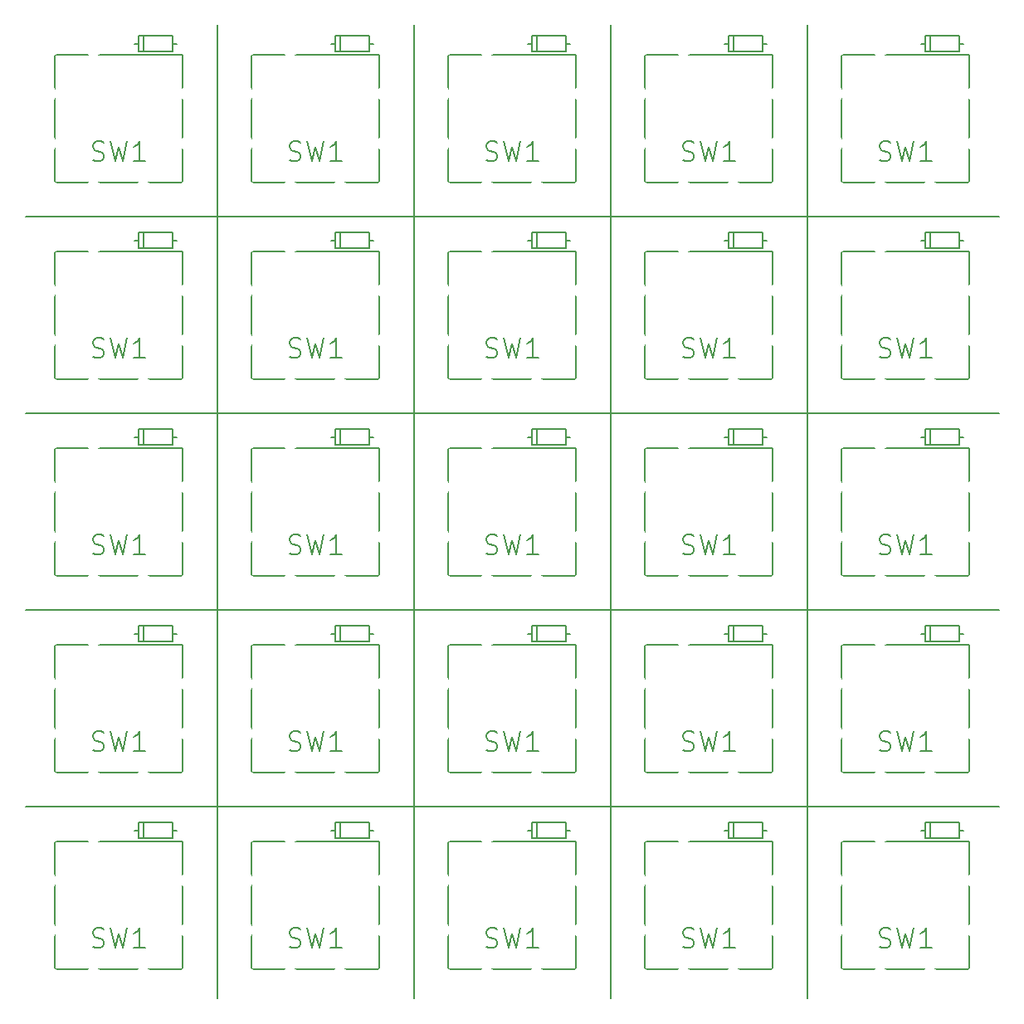
<source format=gto>
G04 #@! TF.FileFunction,Legend,Top*
%FSLAX46Y46*%
G04 Gerber Fmt 4.6, Leading zero omitted, Abs format (unit mm)*
G04 Created by KiCad (PCBNEW 4.0.2-stable) date 2016/07/17 14:51:38*
%MOMM*%
G01*
G04 APERTURE LIST*
%ADD10C,0.100000*%
%ADD11C,0.200000*%
%ADD12C,0.150000*%
%ADD13C,1.710000*%
%ADD14C,2.500000*%
%ADD15C,4.000000*%
%ADD16C,0.800000*%
%ADD17O,1.600000X1.800000*%
%ADD18O,1.800000X1.600000*%
%ADD19C,1.400000*%
%ADD20R,1.400000X1.400000*%
G04 APERTURE END LIST*
D10*
D11*
X99060000Y-134366000D02*
X198374000Y-134366000D01*
X99060000Y-114300000D02*
X198374000Y-114300000D01*
X99060000Y-94234000D02*
X198374000Y-94234000D01*
X99060000Y-74168000D02*
X198374000Y-74168000D01*
X178816000Y-54610000D02*
X178816000Y-153924000D01*
X158750000Y-153924000D02*
X158750000Y-54610000D01*
X138684000Y-54610000D02*
X138684000Y-153924000D01*
X118618000Y-153924000D02*
X118618000Y-54610000D01*
D12*
X102085000Y-137899000D02*
X115085000Y-137899000D01*
X115085000Y-137899000D02*
X115085000Y-150899000D01*
X115085000Y-150899000D02*
X102085000Y-150899000D01*
X102085000Y-150899000D02*
X102085000Y-137899000D01*
D11*
X114119200Y-135979000D02*
X114119200Y-137579000D01*
X110619200Y-135979000D02*
X114119200Y-135979000D01*
X110619200Y-137579000D02*
X110619200Y-135979000D01*
X114119200Y-137579000D02*
X110619200Y-137579000D01*
X111119840Y-137579000D02*
X111119840Y-135979000D01*
X114119200Y-136779000D02*
X114519200Y-136779000D01*
X110619200Y-136779000D02*
X110219200Y-136779000D01*
X134185200Y-135979000D02*
X134185200Y-137579000D01*
X130685200Y-135979000D02*
X134185200Y-135979000D01*
X130685200Y-137579000D02*
X130685200Y-135979000D01*
X134185200Y-137579000D02*
X130685200Y-137579000D01*
X131185840Y-137579000D02*
X131185840Y-135979000D01*
X134185200Y-136779000D02*
X134585200Y-136779000D01*
X130685200Y-136779000D02*
X130285200Y-136779000D01*
D12*
X122151000Y-137899000D02*
X135151000Y-137899000D01*
X135151000Y-137899000D02*
X135151000Y-150899000D01*
X135151000Y-150899000D02*
X122151000Y-150899000D01*
X122151000Y-150899000D02*
X122151000Y-137899000D01*
X162283000Y-137899000D02*
X175283000Y-137899000D01*
X175283000Y-137899000D02*
X175283000Y-150899000D01*
X175283000Y-150899000D02*
X162283000Y-150899000D01*
X162283000Y-150899000D02*
X162283000Y-137899000D01*
D11*
X174317200Y-135979000D02*
X174317200Y-137579000D01*
X170817200Y-135979000D02*
X174317200Y-135979000D01*
X170817200Y-137579000D02*
X170817200Y-135979000D01*
X174317200Y-137579000D02*
X170817200Y-137579000D01*
X171317840Y-137579000D02*
X171317840Y-135979000D01*
X174317200Y-136779000D02*
X174717200Y-136779000D01*
X170817200Y-136779000D02*
X170417200Y-136779000D01*
X154251200Y-135979000D02*
X154251200Y-137579000D01*
X150751200Y-135979000D02*
X154251200Y-135979000D01*
X150751200Y-137579000D02*
X150751200Y-135979000D01*
X154251200Y-137579000D02*
X150751200Y-137579000D01*
X151251840Y-137579000D02*
X151251840Y-135979000D01*
X154251200Y-136779000D02*
X154651200Y-136779000D01*
X150751200Y-136779000D02*
X150351200Y-136779000D01*
D12*
X142217000Y-137899000D02*
X155217000Y-137899000D01*
X155217000Y-137899000D02*
X155217000Y-150899000D01*
X155217000Y-150899000D02*
X142217000Y-150899000D01*
X142217000Y-150899000D02*
X142217000Y-137899000D01*
D11*
X194383200Y-135979000D02*
X194383200Y-137579000D01*
X190883200Y-135979000D02*
X194383200Y-135979000D01*
X190883200Y-137579000D02*
X190883200Y-135979000D01*
X194383200Y-137579000D02*
X190883200Y-137579000D01*
X191383840Y-137579000D02*
X191383840Y-135979000D01*
X194383200Y-136779000D02*
X194783200Y-136779000D01*
X190883200Y-136779000D02*
X190483200Y-136779000D01*
D12*
X182349000Y-137899000D02*
X195349000Y-137899000D01*
X195349000Y-137899000D02*
X195349000Y-150899000D01*
X195349000Y-150899000D02*
X182349000Y-150899000D01*
X182349000Y-150899000D02*
X182349000Y-137899000D01*
X102085000Y-97767000D02*
X115085000Y-97767000D01*
X115085000Y-97767000D02*
X115085000Y-110767000D01*
X115085000Y-110767000D02*
X102085000Y-110767000D01*
X102085000Y-110767000D02*
X102085000Y-97767000D01*
D11*
X114119200Y-95847000D02*
X114119200Y-97447000D01*
X110619200Y-95847000D02*
X114119200Y-95847000D01*
X110619200Y-97447000D02*
X110619200Y-95847000D01*
X114119200Y-97447000D02*
X110619200Y-97447000D01*
X111119840Y-97447000D02*
X111119840Y-95847000D01*
X114119200Y-96647000D02*
X114519200Y-96647000D01*
X110619200Y-96647000D02*
X110219200Y-96647000D01*
X134185200Y-95847000D02*
X134185200Y-97447000D01*
X130685200Y-95847000D02*
X134185200Y-95847000D01*
X130685200Y-97447000D02*
X130685200Y-95847000D01*
X134185200Y-97447000D02*
X130685200Y-97447000D01*
X131185840Y-97447000D02*
X131185840Y-95847000D01*
X134185200Y-96647000D02*
X134585200Y-96647000D01*
X130685200Y-96647000D02*
X130285200Y-96647000D01*
D12*
X122151000Y-97767000D02*
X135151000Y-97767000D01*
X135151000Y-97767000D02*
X135151000Y-110767000D01*
X135151000Y-110767000D02*
X122151000Y-110767000D01*
X122151000Y-110767000D02*
X122151000Y-97767000D01*
X162283000Y-97767000D02*
X175283000Y-97767000D01*
X175283000Y-97767000D02*
X175283000Y-110767000D01*
X175283000Y-110767000D02*
X162283000Y-110767000D01*
X162283000Y-110767000D02*
X162283000Y-97767000D01*
D11*
X174317200Y-95847000D02*
X174317200Y-97447000D01*
X170817200Y-95847000D02*
X174317200Y-95847000D01*
X170817200Y-97447000D02*
X170817200Y-95847000D01*
X174317200Y-97447000D02*
X170817200Y-97447000D01*
X171317840Y-97447000D02*
X171317840Y-95847000D01*
X174317200Y-96647000D02*
X174717200Y-96647000D01*
X170817200Y-96647000D02*
X170417200Y-96647000D01*
X154251200Y-95847000D02*
X154251200Y-97447000D01*
X150751200Y-95847000D02*
X154251200Y-95847000D01*
X150751200Y-97447000D02*
X150751200Y-95847000D01*
X154251200Y-97447000D02*
X150751200Y-97447000D01*
X151251840Y-97447000D02*
X151251840Y-95847000D01*
X154251200Y-96647000D02*
X154651200Y-96647000D01*
X150751200Y-96647000D02*
X150351200Y-96647000D01*
D12*
X142217000Y-97767000D02*
X155217000Y-97767000D01*
X155217000Y-97767000D02*
X155217000Y-110767000D01*
X155217000Y-110767000D02*
X142217000Y-110767000D01*
X142217000Y-110767000D02*
X142217000Y-97767000D01*
D11*
X194383200Y-95847000D02*
X194383200Y-97447000D01*
X190883200Y-95847000D02*
X194383200Y-95847000D01*
X190883200Y-97447000D02*
X190883200Y-95847000D01*
X194383200Y-97447000D02*
X190883200Y-97447000D01*
X191383840Y-97447000D02*
X191383840Y-95847000D01*
X194383200Y-96647000D02*
X194783200Y-96647000D01*
X190883200Y-96647000D02*
X190483200Y-96647000D01*
D12*
X182349000Y-97767000D02*
X195349000Y-97767000D01*
X195349000Y-97767000D02*
X195349000Y-110767000D01*
X195349000Y-110767000D02*
X182349000Y-110767000D01*
X182349000Y-110767000D02*
X182349000Y-97767000D01*
X182349000Y-117833000D02*
X195349000Y-117833000D01*
X195349000Y-117833000D02*
X195349000Y-130833000D01*
X195349000Y-130833000D02*
X182349000Y-130833000D01*
X182349000Y-130833000D02*
X182349000Y-117833000D01*
D11*
X194383200Y-115913000D02*
X194383200Y-117513000D01*
X190883200Y-115913000D02*
X194383200Y-115913000D01*
X190883200Y-117513000D02*
X190883200Y-115913000D01*
X194383200Y-117513000D02*
X190883200Y-117513000D01*
X191383840Y-117513000D02*
X191383840Y-115913000D01*
X194383200Y-116713000D02*
X194783200Y-116713000D01*
X190883200Y-116713000D02*
X190483200Y-116713000D01*
D12*
X142217000Y-117833000D02*
X155217000Y-117833000D01*
X155217000Y-117833000D02*
X155217000Y-130833000D01*
X155217000Y-130833000D02*
X142217000Y-130833000D01*
X142217000Y-130833000D02*
X142217000Y-117833000D01*
D11*
X154251200Y-115913000D02*
X154251200Y-117513000D01*
X150751200Y-115913000D02*
X154251200Y-115913000D01*
X150751200Y-117513000D02*
X150751200Y-115913000D01*
X154251200Y-117513000D02*
X150751200Y-117513000D01*
X151251840Y-117513000D02*
X151251840Y-115913000D01*
X154251200Y-116713000D02*
X154651200Y-116713000D01*
X150751200Y-116713000D02*
X150351200Y-116713000D01*
X174317200Y-115913000D02*
X174317200Y-117513000D01*
X170817200Y-115913000D02*
X174317200Y-115913000D01*
X170817200Y-117513000D02*
X170817200Y-115913000D01*
X174317200Y-117513000D02*
X170817200Y-117513000D01*
X171317840Y-117513000D02*
X171317840Y-115913000D01*
X174317200Y-116713000D02*
X174717200Y-116713000D01*
X170817200Y-116713000D02*
X170417200Y-116713000D01*
D12*
X162283000Y-117833000D02*
X175283000Y-117833000D01*
X175283000Y-117833000D02*
X175283000Y-130833000D01*
X175283000Y-130833000D02*
X162283000Y-130833000D01*
X162283000Y-130833000D02*
X162283000Y-117833000D01*
X122151000Y-117833000D02*
X135151000Y-117833000D01*
X135151000Y-117833000D02*
X135151000Y-130833000D01*
X135151000Y-130833000D02*
X122151000Y-130833000D01*
X122151000Y-130833000D02*
X122151000Y-117833000D01*
D11*
X134185200Y-115913000D02*
X134185200Y-117513000D01*
X130685200Y-115913000D02*
X134185200Y-115913000D01*
X130685200Y-117513000D02*
X130685200Y-115913000D01*
X134185200Y-117513000D02*
X130685200Y-117513000D01*
X131185840Y-117513000D02*
X131185840Y-115913000D01*
X134185200Y-116713000D02*
X134585200Y-116713000D01*
X130685200Y-116713000D02*
X130285200Y-116713000D01*
X114119200Y-115913000D02*
X114119200Y-117513000D01*
X110619200Y-115913000D02*
X114119200Y-115913000D01*
X110619200Y-117513000D02*
X110619200Y-115913000D01*
X114119200Y-117513000D02*
X110619200Y-117513000D01*
X111119840Y-117513000D02*
X111119840Y-115913000D01*
X114119200Y-116713000D02*
X114519200Y-116713000D01*
X110619200Y-116713000D02*
X110219200Y-116713000D01*
D12*
X102085000Y-117833000D02*
X115085000Y-117833000D01*
X115085000Y-117833000D02*
X115085000Y-130833000D01*
X115085000Y-130833000D02*
X102085000Y-130833000D01*
X102085000Y-130833000D02*
X102085000Y-117833000D01*
X102085000Y-77701000D02*
X115085000Y-77701000D01*
X115085000Y-77701000D02*
X115085000Y-90701000D01*
X115085000Y-90701000D02*
X102085000Y-90701000D01*
X102085000Y-90701000D02*
X102085000Y-77701000D01*
D11*
X114119200Y-75781000D02*
X114119200Y-77381000D01*
X110619200Y-75781000D02*
X114119200Y-75781000D01*
X110619200Y-77381000D02*
X110619200Y-75781000D01*
X114119200Y-77381000D02*
X110619200Y-77381000D01*
X111119840Y-77381000D02*
X111119840Y-75781000D01*
X114119200Y-76581000D02*
X114519200Y-76581000D01*
X110619200Y-76581000D02*
X110219200Y-76581000D01*
X134185200Y-75781000D02*
X134185200Y-77381000D01*
X130685200Y-75781000D02*
X134185200Y-75781000D01*
X130685200Y-77381000D02*
X130685200Y-75781000D01*
X134185200Y-77381000D02*
X130685200Y-77381000D01*
X131185840Y-77381000D02*
X131185840Y-75781000D01*
X134185200Y-76581000D02*
X134585200Y-76581000D01*
X130685200Y-76581000D02*
X130285200Y-76581000D01*
D12*
X122151000Y-77701000D02*
X135151000Y-77701000D01*
X135151000Y-77701000D02*
X135151000Y-90701000D01*
X135151000Y-90701000D02*
X122151000Y-90701000D01*
X122151000Y-90701000D02*
X122151000Y-77701000D01*
X162283000Y-77701000D02*
X175283000Y-77701000D01*
X175283000Y-77701000D02*
X175283000Y-90701000D01*
X175283000Y-90701000D02*
X162283000Y-90701000D01*
X162283000Y-90701000D02*
X162283000Y-77701000D01*
D11*
X174317200Y-75781000D02*
X174317200Y-77381000D01*
X170817200Y-75781000D02*
X174317200Y-75781000D01*
X170817200Y-77381000D02*
X170817200Y-75781000D01*
X174317200Y-77381000D02*
X170817200Y-77381000D01*
X171317840Y-77381000D02*
X171317840Y-75781000D01*
X174317200Y-76581000D02*
X174717200Y-76581000D01*
X170817200Y-76581000D02*
X170417200Y-76581000D01*
X154251200Y-75781000D02*
X154251200Y-77381000D01*
X150751200Y-75781000D02*
X154251200Y-75781000D01*
X150751200Y-77381000D02*
X150751200Y-75781000D01*
X154251200Y-77381000D02*
X150751200Y-77381000D01*
X151251840Y-77381000D02*
X151251840Y-75781000D01*
X154251200Y-76581000D02*
X154651200Y-76581000D01*
X150751200Y-76581000D02*
X150351200Y-76581000D01*
D12*
X142217000Y-77701000D02*
X155217000Y-77701000D01*
X155217000Y-77701000D02*
X155217000Y-90701000D01*
X155217000Y-90701000D02*
X142217000Y-90701000D01*
X142217000Y-90701000D02*
X142217000Y-77701000D01*
D11*
X194383200Y-75781000D02*
X194383200Y-77381000D01*
X190883200Y-75781000D02*
X194383200Y-75781000D01*
X190883200Y-77381000D02*
X190883200Y-75781000D01*
X194383200Y-77381000D02*
X190883200Y-77381000D01*
X191383840Y-77381000D02*
X191383840Y-75781000D01*
X194383200Y-76581000D02*
X194783200Y-76581000D01*
X190883200Y-76581000D02*
X190483200Y-76581000D01*
D12*
X182349000Y-77701000D02*
X195349000Y-77701000D01*
X195349000Y-77701000D02*
X195349000Y-90701000D01*
X195349000Y-90701000D02*
X182349000Y-90701000D01*
X182349000Y-90701000D02*
X182349000Y-77701000D01*
X182349000Y-57635000D02*
X195349000Y-57635000D01*
X195349000Y-57635000D02*
X195349000Y-70635000D01*
X195349000Y-70635000D02*
X182349000Y-70635000D01*
X182349000Y-70635000D02*
X182349000Y-57635000D01*
D11*
X194383200Y-55715000D02*
X194383200Y-57315000D01*
X190883200Y-55715000D02*
X194383200Y-55715000D01*
X190883200Y-57315000D02*
X190883200Y-55715000D01*
X194383200Y-57315000D02*
X190883200Y-57315000D01*
X191383840Y-57315000D02*
X191383840Y-55715000D01*
X194383200Y-56515000D02*
X194783200Y-56515000D01*
X190883200Y-56515000D02*
X190483200Y-56515000D01*
D12*
X142217000Y-57635000D02*
X155217000Y-57635000D01*
X155217000Y-57635000D02*
X155217000Y-70635000D01*
X155217000Y-70635000D02*
X142217000Y-70635000D01*
X142217000Y-70635000D02*
X142217000Y-57635000D01*
D11*
X154251200Y-55715000D02*
X154251200Y-57315000D01*
X150751200Y-55715000D02*
X154251200Y-55715000D01*
X150751200Y-57315000D02*
X150751200Y-55715000D01*
X154251200Y-57315000D02*
X150751200Y-57315000D01*
X151251840Y-57315000D02*
X151251840Y-55715000D01*
X154251200Y-56515000D02*
X154651200Y-56515000D01*
X150751200Y-56515000D02*
X150351200Y-56515000D01*
X174317200Y-55715000D02*
X174317200Y-57315000D01*
X170817200Y-55715000D02*
X174317200Y-55715000D01*
X170817200Y-57315000D02*
X170817200Y-55715000D01*
X174317200Y-57315000D02*
X170817200Y-57315000D01*
X171317840Y-57315000D02*
X171317840Y-55715000D01*
X174317200Y-56515000D02*
X174717200Y-56515000D01*
X170817200Y-56515000D02*
X170417200Y-56515000D01*
D12*
X162283000Y-57635000D02*
X175283000Y-57635000D01*
X175283000Y-57635000D02*
X175283000Y-70635000D01*
X175283000Y-70635000D02*
X162283000Y-70635000D01*
X162283000Y-70635000D02*
X162283000Y-57635000D01*
X122151000Y-57635000D02*
X135151000Y-57635000D01*
X135151000Y-57635000D02*
X135151000Y-70635000D01*
X135151000Y-70635000D02*
X122151000Y-70635000D01*
X122151000Y-70635000D02*
X122151000Y-57635000D01*
D11*
X134185200Y-55715000D02*
X134185200Y-57315000D01*
X130685200Y-55715000D02*
X134185200Y-55715000D01*
X130685200Y-57315000D02*
X130685200Y-55715000D01*
X134185200Y-57315000D02*
X130685200Y-57315000D01*
X131185840Y-57315000D02*
X131185840Y-55715000D01*
X134185200Y-56515000D02*
X134585200Y-56515000D01*
X130685200Y-56515000D02*
X130285200Y-56515000D01*
X114119200Y-55715000D02*
X114119200Y-57315000D01*
X110619200Y-55715000D02*
X114119200Y-55715000D01*
X110619200Y-57315000D02*
X110619200Y-55715000D01*
X114119200Y-57315000D02*
X110619200Y-57315000D01*
X111119840Y-57315000D02*
X111119840Y-55715000D01*
X114119200Y-56515000D02*
X114519200Y-56515000D01*
X110619200Y-56515000D02*
X110219200Y-56515000D01*
D12*
X102085000Y-57635000D02*
X115085000Y-57635000D01*
X115085000Y-57635000D02*
X115085000Y-70635000D01*
X115085000Y-70635000D02*
X102085000Y-70635000D01*
X102085000Y-70635000D02*
X102085000Y-57635000D01*
D11*
X105918333Y-148637524D02*
X106204048Y-148732762D01*
X106680238Y-148732762D01*
X106870714Y-148637524D01*
X106965952Y-148542286D01*
X107061191Y-148351810D01*
X107061191Y-148161333D01*
X106965952Y-147970857D01*
X106870714Y-147875619D01*
X106680238Y-147780381D01*
X106299286Y-147685143D01*
X106108810Y-147589905D01*
X106013571Y-147494667D01*
X105918333Y-147304190D01*
X105918333Y-147113714D01*
X106013571Y-146923238D01*
X106108810Y-146828000D01*
X106299286Y-146732762D01*
X106775476Y-146732762D01*
X107061191Y-146828000D01*
X107727857Y-146732762D02*
X108204048Y-148732762D01*
X108585000Y-147304190D01*
X108965953Y-148732762D01*
X109442143Y-146732762D01*
X111251667Y-148732762D02*
X110108809Y-148732762D01*
X110680238Y-148732762D02*
X110680238Y-146732762D01*
X110489762Y-147018476D01*
X110299286Y-147208952D01*
X110108809Y-147304190D01*
X125984333Y-148637524D02*
X126270048Y-148732762D01*
X126746238Y-148732762D01*
X126936714Y-148637524D01*
X127031952Y-148542286D01*
X127127191Y-148351810D01*
X127127191Y-148161333D01*
X127031952Y-147970857D01*
X126936714Y-147875619D01*
X126746238Y-147780381D01*
X126365286Y-147685143D01*
X126174810Y-147589905D01*
X126079571Y-147494667D01*
X125984333Y-147304190D01*
X125984333Y-147113714D01*
X126079571Y-146923238D01*
X126174810Y-146828000D01*
X126365286Y-146732762D01*
X126841476Y-146732762D01*
X127127191Y-146828000D01*
X127793857Y-146732762D02*
X128270048Y-148732762D01*
X128651000Y-147304190D01*
X129031953Y-148732762D01*
X129508143Y-146732762D01*
X131317667Y-148732762D02*
X130174809Y-148732762D01*
X130746238Y-148732762D02*
X130746238Y-146732762D01*
X130555762Y-147018476D01*
X130365286Y-147208952D01*
X130174809Y-147304190D01*
X166116333Y-148637524D02*
X166402048Y-148732762D01*
X166878238Y-148732762D01*
X167068714Y-148637524D01*
X167163952Y-148542286D01*
X167259191Y-148351810D01*
X167259191Y-148161333D01*
X167163952Y-147970857D01*
X167068714Y-147875619D01*
X166878238Y-147780381D01*
X166497286Y-147685143D01*
X166306810Y-147589905D01*
X166211571Y-147494667D01*
X166116333Y-147304190D01*
X166116333Y-147113714D01*
X166211571Y-146923238D01*
X166306810Y-146828000D01*
X166497286Y-146732762D01*
X166973476Y-146732762D01*
X167259191Y-146828000D01*
X167925857Y-146732762D02*
X168402048Y-148732762D01*
X168783000Y-147304190D01*
X169163953Y-148732762D01*
X169640143Y-146732762D01*
X171449667Y-148732762D02*
X170306809Y-148732762D01*
X170878238Y-148732762D02*
X170878238Y-146732762D01*
X170687762Y-147018476D01*
X170497286Y-147208952D01*
X170306809Y-147304190D01*
X146050333Y-148637524D02*
X146336048Y-148732762D01*
X146812238Y-148732762D01*
X147002714Y-148637524D01*
X147097952Y-148542286D01*
X147193191Y-148351810D01*
X147193191Y-148161333D01*
X147097952Y-147970857D01*
X147002714Y-147875619D01*
X146812238Y-147780381D01*
X146431286Y-147685143D01*
X146240810Y-147589905D01*
X146145571Y-147494667D01*
X146050333Y-147304190D01*
X146050333Y-147113714D01*
X146145571Y-146923238D01*
X146240810Y-146828000D01*
X146431286Y-146732762D01*
X146907476Y-146732762D01*
X147193191Y-146828000D01*
X147859857Y-146732762D02*
X148336048Y-148732762D01*
X148717000Y-147304190D01*
X149097953Y-148732762D01*
X149574143Y-146732762D01*
X151383667Y-148732762D02*
X150240809Y-148732762D01*
X150812238Y-148732762D02*
X150812238Y-146732762D01*
X150621762Y-147018476D01*
X150431286Y-147208952D01*
X150240809Y-147304190D01*
X186182333Y-148637524D02*
X186468048Y-148732762D01*
X186944238Y-148732762D01*
X187134714Y-148637524D01*
X187229952Y-148542286D01*
X187325191Y-148351810D01*
X187325191Y-148161333D01*
X187229952Y-147970857D01*
X187134714Y-147875619D01*
X186944238Y-147780381D01*
X186563286Y-147685143D01*
X186372810Y-147589905D01*
X186277571Y-147494667D01*
X186182333Y-147304190D01*
X186182333Y-147113714D01*
X186277571Y-146923238D01*
X186372810Y-146828000D01*
X186563286Y-146732762D01*
X187039476Y-146732762D01*
X187325191Y-146828000D01*
X187991857Y-146732762D02*
X188468048Y-148732762D01*
X188849000Y-147304190D01*
X189229953Y-148732762D01*
X189706143Y-146732762D01*
X191515667Y-148732762D02*
X190372809Y-148732762D01*
X190944238Y-148732762D02*
X190944238Y-146732762D01*
X190753762Y-147018476D01*
X190563286Y-147208952D01*
X190372809Y-147304190D01*
X105918333Y-108505524D02*
X106204048Y-108600762D01*
X106680238Y-108600762D01*
X106870714Y-108505524D01*
X106965952Y-108410286D01*
X107061191Y-108219810D01*
X107061191Y-108029333D01*
X106965952Y-107838857D01*
X106870714Y-107743619D01*
X106680238Y-107648381D01*
X106299286Y-107553143D01*
X106108810Y-107457905D01*
X106013571Y-107362667D01*
X105918333Y-107172190D01*
X105918333Y-106981714D01*
X106013571Y-106791238D01*
X106108810Y-106696000D01*
X106299286Y-106600762D01*
X106775476Y-106600762D01*
X107061191Y-106696000D01*
X107727857Y-106600762D02*
X108204048Y-108600762D01*
X108585000Y-107172190D01*
X108965953Y-108600762D01*
X109442143Y-106600762D01*
X111251667Y-108600762D02*
X110108809Y-108600762D01*
X110680238Y-108600762D02*
X110680238Y-106600762D01*
X110489762Y-106886476D01*
X110299286Y-107076952D01*
X110108809Y-107172190D01*
X125984333Y-108505524D02*
X126270048Y-108600762D01*
X126746238Y-108600762D01*
X126936714Y-108505524D01*
X127031952Y-108410286D01*
X127127191Y-108219810D01*
X127127191Y-108029333D01*
X127031952Y-107838857D01*
X126936714Y-107743619D01*
X126746238Y-107648381D01*
X126365286Y-107553143D01*
X126174810Y-107457905D01*
X126079571Y-107362667D01*
X125984333Y-107172190D01*
X125984333Y-106981714D01*
X126079571Y-106791238D01*
X126174810Y-106696000D01*
X126365286Y-106600762D01*
X126841476Y-106600762D01*
X127127191Y-106696000D01*
X127793857Y-106600762D02*
X128270048Y-108600762D01*
X128651000Y-107172190D01*
X129031953Y-108600762D01*
X129508143Y-106600762D01*
X131317667Y-108600762D02*
X130174809Y-108600762D01*
X130746238Y-108600762D02*
X130746238Y-106600762D01*
X130555762Y-106886476D01*
X130365286Y-107076952D01*
X130174809Y-107172190D01*
X166116333Y-108505524D02*
X166402048Y-108600762D01*
X166878238Y-108600762D01*
X167068714Y-108505524D01*
X167163952Y-108410286D01*
X167259191Y-108219810D01*
X167259191Y-108029333D01*
X167163952Y-107838857D01*
X167068714Y-107743619D01*
X166878238Y-107648381D01*
X166497286Y-107553143D01*
X166306810Y-107457905D01*
X166211571Y-107362667D01*
X166116333Y-107172190D01*
X166116333Y-106981714D01*
X166211571Y-106791238D01*
X166306810Y-106696000D01*
X166497286Y-106600762D01*
X166973476Y-106600762D01*
X167259191Y-106696000D01*
X167925857Y-106600762D02*
X168402048Y-108600762D01*
X168783000Y-107172190D01*
X169163953Y-108600762D01*
X169640143Y-106600762D01*
X171449667Y-108600762D02*
X170306809Y-108600762D01*
X170878238Y-108600762D02*
X170878238Y-106600762D01*
X170687762Y-106886476D01*
X170497286Y-107076952D01*
X170306809Y-107172190D01*
X146050333Y-108505524D02*
X146336048Y-108600762D01*
X146812238Y-108600762D01*
X147002714Y-108505524D01*
X147097952Y-108410286D01*
X147193191Y-108219810D01*
X147193191Y-108029333D01*
X147097952Y-107838857D01*
X147002714Y-107743619D01*
X146812238Y-107648381D01*
X146431286Y-107553143D01*
X146240810Y-107457905D01*
X146145571Y-107362667D01*
X146050333Y-107172190D01*
X146050333Y-106981714D01*
X146145571Y-106791238D01*
X146240810Y-106696000D01*
X146431286Y-106600762D01*
X146907476Y-106600762D01*
X147193191Y-106696000D01*
X147859857Y-106600762D02*
X148336048Y-108600762D01*
X148717000Y-107172190D01*
X149097953Y-108600762D01*
X149574143Y-106600762D01*
X151383667Y-108600762D02*
X150240809Y-108600762D01*
X150812238Y-108600762D02*
X150812238Y-106600762D01*
X150621762Y-106886476D01*
X150431286Y-107076952D01*
X150240809Y-107172190D01*
X186182333Y-108505524D02*
X186468048Y-108600762D01*
X186944238Y-108600762D01*
X187134714Y-108505524D01*
X187229952Y-108410286D01*
X187325191Y-108219810D01*
X187325191Y-108029333D01*
X187229952Y-107838857D01*
X187134714Y-107743619D01*
X186944238Y-107648381D01*
X186563286Y-107553143D01*
X186372810Y-107457905D01*
X186277571Y-107362667D01*
X186182333Y-107172190D01*
X186182333Y-106981714D01*
X186277571Y-106791238D01*
X186372810Y-106696000D01*
X186563286Y-106600762D01*
X187039476Y-106600762D01*
X187325191Y-106696000D01*
X187991857Y-106600762D02*
X188468048Y-108600762D01*
X188849000Y-107172190D01*
X189229953Y-108600762D01*
X189706143Y-106600762D01*
X191515667Y-108600762D02*
X190372809Y-108600762D01*
X190944238Y-108600762D02*
X190944238Y-106600762D01*
X190753762Y-106886476D01*
X190563286Y-107076952D01*
X190372809Y-107172190D01*
X186182333Y-128571524D02*
X186468048Y-128666762D01*
X186944238Y-128666762D01*
X187134714Y-128571524D01*
X187229952Y-128476286D01*
X187325191Y-128285810D01*
X187325191Y-128095333D01*
X187229952Y-127904857D01*
X187134714Y-127809619D01*
X186944238Y-127714381D01*
X186563286Y-127619143D01*
X186372810Y-127523905D01*
X186277571Y-127428667D01*
X186182333Y-127238190D01*
X186182333Y-127047714D01*
X186277571Y-126857238D01*
X186372810Y-126762000D01*
X186563286Y-126666762D01*
X187039476Y-126666762D01*
X187325191Y-126762000D01*
X187991857Y-126666762D02*
X188468048Y-128666762D01*
X188849000Y-127238190D01*
X189229953Y-128666762D01*
X189706143Y-126666762D01*
X191515667Y-128666762D02*
X190372809Y-128666762D01*
X190944238Y-128666762D02*
X190944238Y-126666762D01*
X190753762Y-126952476D01*
X190563286Y-127142952D01*
X190372809Y-127238190D01*
X146050333Y-128571524D02*
X146336048Y-128666762D01*
X146812238Y-128666762D01*
X147002714Y-128571524D01*
X147097952Y-128476286D01*
X147193191Y-128285810D01*
X147193191Y-128095333D01*
X147097952Y-127904857D01*
X147002714Y-127809619D01*
X146812238Y-127714381D01*
X146431286Y-127619143D01*
X146240810Y-127523905D01*
X146145571Y-127428667D01*
X146050333Y-127238190D01*
X146050333Y-127047714D01*
X146145571Y-126857238D01*
X146240810Y-126762000D01*
X146431286Y-126666762D01*
X146907476Y-126666762D01*
X147193191Y-126762000D01*
X147859857Y-126666762D02*
X148336048Y-128666762D01*
X148717000Y-127238190D01*
X149097953Y-128666762D01*
X149574143Y-126666762D01*
X151383667Y-128666762D02*
X150240809Y-128666762D01*
X150812238Y-128666762D02*
X150812238Y-126666762D01*
X150621762Y-126952476D01*
X150431286Y-127142952D01*
X150240809Y-127238190D01*
X166116333Y-128571524D02*
X166402048Y-128666762D01*
X166878238Y-128666762D01*
X167068714Y-128571524D01*
X167163952Y-128476286D01*
X167259191Y-128285810D01*
X167259191Y-128095333D01*
X167163952Y-127904857D01*
X167068714Y-127809619D01*
X166878238Y-127714381D01*
X166497286Y-127619143D01*
X166306810Y-127523905D01*
X166211571Y-127428667D01*
X166116333Y-127238190D01*
X166116333Y-127047714D01*
X166211571Y-126857238D01*
X166306810Y-126762000D01*
X166497286Y-126666762D01*
X166973476Y-126666762D01*
X167259191Y-126762000D01*
X167925857Y-126666762D02*
X168402048Y-128666762D01*
X168783000Y-127238190D01*
X169163953Y-128666762D01*
X169640143Y-126666762D01*
X171449667Y-128666762D02*
X170306809Y-128666762D01*
X170878238Y-128666762D02*
X170878238Y-126666762D01*
X170687762Y-126952476D01*
X170497286Y-127142952D01*
X170306809Y-127238190D01*
X125984333Y-128571524D02*
X126270048Y-128666762D01*
X126746238Y-128666762D01*
X126936714Y-128571524D01*
X127031952Y-128476286D01*
X127127191Y-128285810D01*
X127127191Y-128095333D01*
X127031952Y-127904857D01*
X126936714Y-127809619D01*
X126746238Y-127714381D01*
X126365286Y-127619143D01*
X126174810Y-127523905D01*
X126079571Y-127428667D01*
X125984333Y-127238190D01*
X125984333Y-127047714D01*
X126079571Y-126857238D01*
X126174810Y-126762000D01*
X126365286Y-126666762D01*
X126841476Y-126666762D01*
X127127191Y-126762000D01*
X127793857Y-126666762D02*
X128270048Y-128666762D01*
X128651000Y-127238190D01*
X129031953Y-128666762D01*
X129508143Y-126666762D01*
X131317667Y-128666762D02*
X130174809Y-128666762D01*
X130746238Y-128666762D02*
X130746238Y-126666762D01*
X130555762Y-126952476D01*
X130365286Y-127142952D01*
X130174809Y-127238190D01*
X105918333Y-128571524D02*
X106204048Y-128666762D01*
X106680238Y-128666762D01*
X106870714Y-128571524D01*
X106965952Y-128476286D01*
X107061191Y-128285810D01*
X107061191Y-128095333D01*
X106965952Y-127904857D01*
X106870714Y-127809619D01*
X106680238Y-127714381D01*
X106299286Y-127619143D01*
X106108810Y-127523905D01*
X106013571Y-127428667D01*
X105918333Y-127238190D01*
X105918333Y-127047714D01*
X106013571Y-126857238D01*
X106108810Y-126762000D01*
X106299286Y-126666762D01*
X106775476Y-126666762D01*
X107061191Y-126762000D01*
X107727857Y-126666762D02*
X108204048Y-128666762D01*
X108585000Y-127238190D01*
X108965953Y-128666762D01*
X109442143Y-126666762D01*
X111251667Y-128666762D02*
X110108809Y-128666762D01*
X110680238Y-128666762D02*
X110680238Y-126666762D01*
X110489762Y-126952476D01*
X110299286Y-127142952D01*
X110108809Y-127238190D01*
X105918333Y-88439524D02*
X106204048Y-88534762D01*
X106680238Y-88534762D01*
X106870714Y-88439524D01*
X106965952Y-88344286D01*
X107061191Y-88153810D01*
X107061191Y-87963333D01*
X106965952Y-87772857D01*
X106870714Y-87677619D01*
X106680238Y-87582381D01*
X106299286Y-87487143D01*
X106108810Y-87391905D01*
X106013571Y-87296667D01*
X105918333Y-87106190D01*
X105918333Y-86915714D01*
X106013571Y-86725238D01*
X106108810Y-86630000D01*
X106299286Y-86534762D01*
X106775476Y-86534762D01*
X107061191Y-86630000D01*
X107727857Y-86534762D02*
X108204048Y-88534762D01*
X108585000Y-87106190D01*
X108965953Y-88534762D01*
X109442143Y-86534762D01*
X111251667Y-88534762D02*
X110108809Y-88534762D01*
X110680238Y-88534762D02*
X110680238Y-86534762D01*
X110489762Y-86820476D01*
X110299286Y-87010952D01*
X110108809Y-87106190D01*
X125984333Y-88439524D02*
X126270048Y-88534762D01*
X126746238Y-88534762D01*
X126936714Y-88439524D01*
X127031952Y-88344286D01*
X127127191Y-88153810D01*
X127127191Y-87963333D01*
X127031952Y-87772857D01*
X126936714Y-87677619D01*
X126746238Y-87582381D01*
X126365286Y-87487143D01*
X126174810Y-87391905D01*
X126079571Y-87296667D01*
X125984333Y-87106190D01*
X125984333Y-86915714D01*
X126079571Y-86725238D01*
X126174810Y-86630000D01*
X126365286Y-86534762D01*
X126841476Y-86534762D01*
X127127191Y-86630000D01*
X127793857Y-86534762D02*
X128270048Y-88534762D01*
X128651000Y-87106190D01*
X129031953Y-88534762D01*
X129508143Y-86534762D01*
X131317667Y-88534762D02*
X130174809Y-88534762D01*
X130746238Y-88534762D02*
X130746238Y-86534762D01*
X130555762Y-86820476D01*
X130365286Y-87010952D01*
X130174809Y-87106190D01*
X166116333Y-88439524D02*
X166402048Y-88534762D01*
X166878238Y-88534762D01*
X167068714Y-88439524D01*
X167163952Y-88344286D01*
X167259191Y-88153810D01*
X167259191Y-87963333D01*
X167163952Y-87772857D01*
X167068714Y-87677619D01*
X166878238Y-87582381D01*
X166497286Y-87487143D01*
X166306810Y-87391905D01*
X166211571Y-87296667D01*
X166116333Y-87106190D01*
X166116333Y-86915714D01*
X166211571Y-86725238D01*
X166306810Y-86630000D01*
X166497286Y-86534762D01*
X166973476Y-86534762D01*
X167259191Y-86630000D01*
X167925857Y-86534762D02*
X168402048Y-88534762D01*
X168783000Y-87106190D01*
X169163953Y-88534762D01*
X169640143Y-86534762D01*
X171449667Y-88534762D02*
X170306809Y-88534762D01*
X170878238Y-88534762D02*
X170878238Y-86534762D01*
X170687762Y-86820476D01*
X170497286Y-87010952D01*
X170306809Y-87106190D01*
X146050333Y-88439524D02*
X146336048Y-88534762D01*
X146812238Y-88534762D01*
X147002714Y-88439524D01*
X147097952Y-88344286D01*
X147193191Y-88153810D01*
X147193191Y-87963333D01*
X147097952Y-87772857D01*
X147002714Y-87677619D01*
X146812238Y-87582381D01*
X146431286Y-87487143D01*
X146240810Y-87391905D01*
X146145571Y-87296667D01*
X146050333Y-87106190D01*
X146050333Y-86915714D01*
X146145571Y-86725238D01*
X146240810Y-86630000D01*
X146431286Y-86534762D01*
X146907476Y-86534762D01*
X147193191Y-86630000D01*
X147859857Y-86534762D02*
X148336048Y-88534762D01*
X148717000Y-87106190D01*
X149097953Y-88534762D01*
X149574143Y-86534762D01*
X151383667Y-88534762D02*
X150240809Y-88534762D01*
X150812238Y-88534762D02*
X150812238Y-86534762D01*
X150621762Y-86820476D01*
X150431286Y-87010952D01*
X150240809Y-87106190D01*
X186182333Y-88439524D02*
X186468048Y-88534762D01*
X186944238Y-88534762D01*
X187134714Y-88439524D01*
X187229952Y-88344286D01*
X187325191Y-88153810D01*
X187325191Y-87963333D01*
X187229952Y-87772857D01*
X187134714Y-87677619D01*
X186944238Y-87582381D01*
X186563286Y-87487143D01*
X186372810Y-87391905D01*
X186277571Y-87296667D01*
X186182333Y-87106190D01*
X186182333Y-86915714D01*
X186277571Y-86725238D01*
X186372810Y-86630000D01*
X186563286Y-86534762D01*
X187039476Y-86534762D01*
X187325191Y-86630000D01*
X187991857Y-86534762D02*
X188468048Y-88534762D01*
X188849000Y-87106190D01*
X189229953Y-88534762D01*
X189706143Y-86534762D01*
X191515667Y-88534762D02*
X190372809Y-88534762D01*
X190944238Y-88534762D02*
X190944238Y-86534762D01*
X190753762Y-86820476D01*
X190563286Y-87010952D01*
X190372809Y-87106190D01*
X186182333Y-68373524D02*
X186468048Y-68468762D01*
X186944238Y-68468762D01*
X187134714Y-68373524D01*
X187229952Y-68278286D01*
X187325191Y-68087810D01*
X187325191Y-67897333D01*
X187229952Y-67706857D01*
X187134714Y-67611619D01*
X186944238Y-67516381D01*
X186563286Y-67421143D01*
X186372810Y-67325905D01*
X186277571Y-67230667D01*
X186182333Y-67040190D01*
X186182333Y-66849714D01*
X186277571Y-66659238D01*
X186372810Y-66564000D01*
X186563286Y-66468762D01*
X187039476Y-66468762D01*
X187325191Y-66564000D01*
X187991857Y-66468762D02*
X188468048Y-68468762D01*
X188849000Y-67040190D01*
X189229953Y-68468762D01*
X189706143Y-66468762D01*
X191515667Y-68468762D02*
X190372809Y-68468762D01*
X190944238Y-68468762D02*
X190944238Y-66468762D01*
X190753762Y-66754476D01*
X190563286Y-66944952D01*
X190372809Y-67040190D01*
X146050333Y-68373524D02*
X146336048Y-68468762D01*
X146812238Y-68468762D01*
X147002714Y-68373524D01*
X147097952Y-68278286D01*
X147193191Y-68087810D01*
X147193191Y-67897333D01*
X147097952Y-67706857D01*
X147002714Y-67611619D01*
X146812238Y-67516381D01*
X146431286Y-67421143D01*
X146240810Y-67325905D01*
X146145571Y-67230667D01*
X146050333Y-67040190D01*
X146050333Y-66849714D01*
X146145571Y-66659238D01*
X146240810Y-66564000D01*
X146431286Y-66468762D01*
X146907476Y-66468762D01*
X147193191Y-66564000D01*
X147859857Y-66468762D02*
X148336048Y-68468762D01*
X148717000Y-67040190D01*
X149097953Y-68468762D01*
X149574143Y-66468762D01*
X151383667Y-68468762D02*
X150240809Y-68468762D01*
X150812238Y-68468762D02*
X150812238Y-66468762D01*
X150621762Y-66754476D01*
X150431286Y-66944952D01*
X150240809Y-67040190D01*
X166116333Y-68373524D02*
X166402048Y-68468762D01*
X166878238Y-68468762D01*
X167068714Y-68373524D01*
X167163952Y-68278286D01*
X167259191Y-68087810D01*
X167259191Y-67897333D01*
X167163952Y-67706857D01*
X167068714Y-67611619D01*
X166878238Y-67516381D01*
X166497286Y-67421143D01*
X166306810Y-67325905D01*
X166211571Y-67230667D01*
X166116333Y-67040190D01*
X166116333Y-66849714D01*
X166211571Y-66659238D01*
X166306810Y-66564000D01*
X166497286Y-66468762D01*
X166973476Y-66468762D01*
X167259191Y-66564000D01*
X167925857Y-66468762D02*
X168402048Y-68468762D01*
X168783000Y-67040190D01*
X169163953Y-68468762D01*
X169640143Y-66468762D01*
X171449667Y-68468762D02*
X170306809Y-68468762D01*
X170878238Y-68468762D02*
X170878238Y-66468762D01*
X170687762Y-66754476D01*
X170497286Y-66944952D01*
X170306809Y-67040190D01*
X125984333Y-68373524D02*
X126270048Y-68468762D01*
X126746238Y-68468762D01*
X126936714Y-68373524D01*
X127031952Y-68278286D01*
X127127191Y-68087810D01*
X127127191Y-67897333D01*
X127031952Y-67706857D01*
X126936714Y-67611619D01*
X126746238Y-67516381D01*
X126365286Y-67421143D01*
X126174810Y-67325905D01*
X126079571Y-67230667D01*
X125984333Y-67040190D01*
X125984333Y-66849714D01*
X126079571Y-66659238D01*
X126174810Y-66564000D01*
X126365286Y-66468762D01*
X126841476Y-66468762D01*
X127127191Y-66564000D01*
X127793857Y-66468762D02*
X128270048Y-68468762D01*
X128651000Y-67040190D01*
X129031953Y-68468762D01*
X129508143Y-66468762D01*
X131317667Y-68468762D02*
X130174809Y-68468762D01*
X130746238Y-68468762D02*
X130746238Y-66468762D01*
X130555762Y-66754476D01*
X130365286Y-66944952D01*
X130174809Y-67040190D01*
X105918333Y-68373524D02*
X106204048Y-68468762D01*
X106680238Y-68468762D01*
X106870714Y-68373524D01*
X106965952Y-68278286D01*
X107061191Y-68087810D01*
X107061191Y-67897333D01*
X106965952Y-67706857D01*
X106870714Y-67611619D01*
X106680238Y-67516381D01*
X106299286Y-67421143D01*
X106108810Y-67325905D01*
X106013571Y-67230667D01*
X105918333Y-67040190D01*
X105918333Y-66849714D01*
X106013571Y-66659238D01*
X106108810Y-66564000D01*
X106299286Y-66468762D01*
X106775476Y-66468762D01*
X107061191Y-66564000D01*
X107727857Y-66468762D02*
X108204048Y-68468762D01*
X108585000Y-67040190D01*
X108965953Y-68468762D01*
X109442143Y-66468762D01*
X111251667Y-68468762D02*
X110108809Y-68468762D01*
X110680238Y-68468762D02*
X110680238Y-66468762D01*
X110489762Y-66754476D01*
X110299286Y-66944952D01*
X110108809Y-67040190D01*
%LPC*%
D13*
X113665000Y-144399000D03*
D14*
X111125000Y-139319000D03*
D15*
X108585000Y-144399000D03*
D14*
X104775000Y-141859000D03*
D13*
X103505000Y-144399000D03*
D16*
X109855000Y-149479000D03*
X107315000Y-149479000D03*
D17*
X101400000Y-146939000D03*
X101400000Y-141859000D03*
X115770000Y-141859000D03*
X115770000Y-146939000D03*
D18*
X111125000Y-151584000D03*
X115570000Y-151584000D03*
X101600000Y-151584000D03*
X106045000Y-151584000D03*
X101600000Y-137214000D03*
X106045000Y-137214000D03*
D19*
X115570000Y-136779000D03*
D20*
X109220000Y-136779000D03*
D19*
X135636000Y-136779000D03*
D20*
X129286000Y-136779000D03*
D18*
X126111000Y-137214000D03*
X121666000Y-137214000D03*
X126111000Y-151584000D03*
X121666000Y-151584000D03*
X135636000Y-151584000D03*
X131191000Y-151584000D03*
D17*
X135836000Y-146939000D03*
X135836000Y-141859000D03*
X121466000Y-141859000D03*
X121466000Y-146939000D03*
D13*
X133731000Y-144399000D03*
D14*
X131191000Y-139319000D03*
D15*
X128651000Y-144399000D03*
D14*
X124841000Y-141859000D03*
D13*
X123571000Y-144399000D03*
D16*
X129921000Y-149479000D03*
X127381000Y-149479000D03*
D13*
X173863000Y-144399000D03*
D14*
X171323000Y-139319000D03*
D15*
X168783000Y-144399000D03*
D14*
X164973000Y-141859000D03*
D13*
X163703000Y-144399000D03*
D16*
X170053000Y-149479000D03*
X167513000Y-149479000D03*
D17*
X161598000Y-146939000D03*
X161598000Y-141859000D03*
X175968000Y-141859000D03*
X175968000Y-146939000D03*
D18*
X171323000Y-151584000D03*
X175768000Y-151584000D03*
X161798000Y-151584000D03*
X166243000Y-151584000D03*
X161798000Y-137214000D03*
X166243000Y-137214000D03*
D19*
X175768000Y-136779000D03*
D20*
X169418000Y-136779000D03*
D19*
X155702000Y-136779000D03*
D20*
X149352000Y-136779000D03*
D18*
X146177000Y-137214000D03*
X141732000Y-137214000D03*
X146177000Y-151584000D03*
X141732000Y-151584000D03*
X155702000Y-151584000D03*
X151257000Y-151584000D03*
D17*
X155902000Y-146939000D03*
X155902000Y-141859000D03*
X141532000Y-141859000D03*
X141532000Y-146939000D03*
D13*
X153797000Y-144399000D03*
D14*
X151257000Y-139319000D03*
D15*
X148717000Y-144399000D03*
D14*
X144907000Y-141859000D03*
D13*
X143637000Y-144399000D03*
D16*
X149987000Y-149479000D03*
X147447000Y-149479000D03*
D19*
X195834000Y-136779000D03*
D20*
X189484000Y-136779000D03*
D18*
X186309000Y-137214000D03*
X181864000Y-137214000D03*
X186309000Y-151584000D03*
X181864000Y-151584000D03*
X195834000Y-151584000D03*
X191389000Y-151584000D03*
D17*
X196034000Y-146939000D03*
X196034000Y-141859000D03*
X181664000Y-141859000D03*
X181664000Y-146939000D03*
D13*
X193929000Y-144399000D03*
D14*
X191389000Y-139319000D03*
D15*
X188849000Y-144399000D03*
D14*
X185039000Y-141859000D03*
D13*
X183769000Y-144399000D03*
D16*
X190119000Y-149479000D03*
X187579000Y-149479000D03*
D13*
X113665000Y-104267000D03*
D14*
X111125000Y-99187000D03*
D15*
X108585000Y-104267000D03*
D14*
X104775000Y-101727000D03*
D13*
X103505000Y-104267000D03*
D16*
X109855000Y-109347000D03*
X107315000Y-109347000D03*
D17*
X101400000Y-106807000D03*
X101400000Y-101727000D03*
X115770000Y-101727000D03*
X115770000Y-106807000D03*
D18*
X111125000Y-111452000D03*
X115570000Y-111452000D03*
X101600000Y-111452000D03*
X106045000Y-111452000D03*
X101600000Y-97082000D03*
X106045000Y-97082000D03*
D19*
X115570000Y-96647000D03*
D20*
X109220000Y-96647000D03*
D19*
X135636000Y-96647000D03*
D20*
X129286000Y-96647000D03*
D18*
X126111000Y-97082000D03*
X121666000Y-97082000D03*
X126111000Y-111452000D03*
X121666000Y-111452000D03*
X135636000Y-111452000D03*
X131191000Y-111452000D03*
D17*
X135836000Y-106807000D03*
X135836000Y-101727000D03*
X121466000Y-101727000D03*
X121466000Y-106807000D03*
D13*
X133731000Y-104267000D03*
D14*
X131191000Y-99187000D03*
D15*
X128651000Y-104267000D03*
D14*
X124841000Y-101727000D03*
D13*
X123571000Y-104267000D03*
D16*
X129921000Y-109347000D03*
X127381000Y-109347000D03*
D13*
X173863000Y-104267000D03*
D14*
X171323000Y-99187000D03*
D15*
X168783000Y-104267000D03*
D14*
X164973000Y-101727000D03*
D13*
X163703000Y-104267000D03*
D16*
X170053000Y-109347000D03*
X167513000Y-109347000D03*
D17*
X161598000Y-106807000D03*
X161598000Y-101727000D03*
X175968000Y-101727000D03*
X175968000Y-106807000D03*
D18*
X171323000Y-111452000D03*
X175768000Y-111452000D03*
X161798000Y-111452000D03*
X166243000Y-111452000D03*
X161798000Y-97082000D03*
X166243000Y-97082000D03*
D19*
X175768000Y-96647000D03*
D20*
X169418000Y-96647000D03*
D19*
X155702000Y-96647000D03*
D20*
X149352000Y-96647000D03*
D18*
X146177000Y-97082000D03*
X141732000Y-97082000D03*
X146177000Y-111452000D03*
X141732000Y-111452000D03*
X155702000Y-111452000D03*
X151257000Y-111452000D03*
D17*
X155902000Y-106807000D03*
X155902000Y-101727000D03*
X141532000Y-101727000D03*
X141532000Y-106807000D03*
D13*
X153797000Y-104267000D03*
D14*
X151257000Y-99187000D03*
D15*
X148717000Y-104267000D03*
D14*
X144907000Y-101727000D03*
D13*
X143637000Y-104267000D03*
D16*
X149987000Y-109347000D03*
X147447000Y-109347000D03*
D19*
X195834000Y-96647000D03*
D20*
X189484000Y-96647000D03*
D18*
X186309000Y-97082000D03*
X181864000Y-97082000D03*
X186309000Y-111452000D03*
X181864000Y-111452000D03*
X195834000Y-111452000D03*
X191389000Y-111452000D03*
D17*
X196034000Y-106807000D03*
X196034000Y-101727000D03*
X181664000Y-101727000D03*
X181664000Y-106807000D03*
D13*
X193929000Y-104267000D03*
D14*
X191389000Y-99187000D03*
D15*
X188849000Y-104267000D03*
D14*
X185039000Y-101727000D03*
D13*
X183769000Y-104267000D03*
D16*
X190119000Y-109347000D03*
X187579000Y-109347000D03*
D13*
X193929000Y-124333000D03*
D14*
X191389000Y-119253000D03*
D15*
X188849000Y-124333000D03*
D14*
X185039000Y-121793000D03*
D13*
X183769000Y-124333000D03*
D16*
X190119000Y-129413000D03*
X187579000Y-129413000D03*
D17*
X181664000Y-126873000D03*
X181664000Y-121793000D03*
X196034000Y-121793000D03*
X196034000Y-126873000D03*
D18*
X191389000Y-131518000D03*
X195834000Y-131518000D03*
X181864000Y-131518000D03*
X186309000Y-131518000D03*
X181864000Y-117148000D03*
X186309000Y-117148000D03*
D19*
X195834000Y-116713000D03*
D20*
X189484000Y-116713000D03*
D13*
X153797000Y-124333000D03*
D14*
X151257000Y-119253000D03*
D15*
X148717000Y-124333000D03*
D14*
X144907000Y-121793000D03*
D13*
X143637000Y-124333000D03*
D16*
X149987000Y-129413000D03*
X147447000Y-129413000D03*
D17*
X141532000Y-126873000D03*
X141532000Y-121793000D03*
X155902000Y-121793000D03*
X155902000Y-126873000D03*
D18*
X151257000Y-131518000D03*
X155702000Y-131518000D03*
X141732000Y-131518000D03*
X146177000Y-131518000D03*
X141732000Y-117148000D03*
X146177000Y-117148000D03*
D19*
X155702000Y-116713000D03*
D20*
X149352000Y-116713000D03*
D19*
X175768000Y-116713000D03*
D20*
X169418000Y-116713000D03*
D18*
X166243000Y-117148000D03*
X161798000Y-117148000D03*
X166243000Y-131518000D03*
X161798000Y-131518000D03*
X175768000Y-131518000D03*
X171323000Y-131518000D03*
D17*
X175968000Y-126873000D03*
X175968000Y-121793000D03*
X161598000Y-121793000D03*
X161598000Y-126873000D03*
D13*
X173863000Y-124333000D03*
D14*
X171323000Y-119253000D03*
D15*
X168783000Y-124333000D03*
D14*
X164973000Y-121793000D03*
D13*
X163703000Y-124333000D03*
D16*
X170053000Y-129413000D03*
X167513000Y-129413000D03*
D13*
X133731000Y-124333000D03*
D14*
X131191000Y-119253000D03*
D15*
X128651000Y-124333000D03*
D14*
X124841000Y-121793000D03*
D13*
X123571000Y-124333000D03*
D16*
X129921000Y-129413000D03*
X127381000Y-129413000D03*
D17*
X121466000Y-126873000D03*
X121466000Y-121793000D03*
X135836000Y-121793000D03*
X135836000Y-126873000D03*
D18*
X131191000Y-131518000D03*
X135636000Y-131518000D03*
X121666000Y-131518000D03*
X126111000Y-131518000D03*
X121666000Y-117148000D03*
X126111000Y-117148000D03*
D19*
X135636000Y-116713000D03*
D20*
X129286000Y-116713000D03*
D19*
X115570000Y-116713000D03*
D20*
X109220000Y-116713000D03*
D18*
X106045000Y-117148000D03*
X101600000Y-117148000D03*
X106045000Y-131518000D03*
X101600000Y-131518000D03*
X115570000Y-131518000D03*
X111125000Y-131518000D03*
D17*
X115770000Y-126873000D03*
X115770000Y-121793000D03*
X101400000Y-121793000D03*
X101400000Y-126873000D03*
D13*
X113665000Y-124333000D03*
D14*
X111125000Y-119253000D03*
D15*
X108585000Y-124333000D03*
D14*
X104775000Y-121793000D03*
D13*
X103505000Y-124333000D03*
D16*
X109855000Y-129413000D03*
X107315000Y-129413000D03*
D13*
X113665000Y-84201000D03*
D14*
X111125000Y-79121000D03*
D15*
X108585000Y-84201000D03*
D14*
X104775000Y-81661000D03*
D13*
X103505000Y-84201000D03*
D16*
X109855000Y-89281000D03*
X107315000Y-89281000D03*
D17*
X101400000Y-86741000D03*
X101400000Y-81661000D03*
X115770000Y-81661000D03*
X115770000Y-86741000D03*
D18*
X111125000Y-91386000D03*
X115570000Y-91386000D03*
X101600000Y-91386000D03*
X106045000Y-91386000D03*
X101600000Y-77016000D03*
X106045000Y-77016000D03*
D19*
X115570000Y-76581000D03*
D20*
X109220000Y-76581000D03*
D19*
X135636000Y-76581000D03*
D20*
X129286000Y-76581000D03*
D18*
X126111000Y-77016000D03*
X121666000Y-77016000D03*
X126111000Y-91386000D03*
X121666000Y-91386000D03*
X135636000Y-91386000D03*
X131191000Y-91386000D03*
D17*
X135836000Y-86741000D03*
X135836000Y-81661000D03*
X121466000Y-81661000D03*
X121466000Y-86741000D03*
D13*
X133731000Y-84201000D03*
D14*
X131191000Y-79121000D03*
D15*
X128651000Y-84201000D03*
D14*
X124841000Y-81661000D03*
D13*
X123571000Y-84201000D03*
D16*
X129921000Y-89281000D03*
X127381000Y-89281000D03*
D13*
X173863000Y-84201000D03*
D14*
X171323000Y-79121000D03*
D15*
X168783000Y-84201000D03*
D14*
X164973000Y-81661000D03*
D13*
X163703000Y-84201000D03*
D16*
X170053000Y-89281000D03*
X167513000Y-89281000D03*
D17*
X161598000Y-86741000D03*
X161598000Y-81661000D03*
X175968000Y-81661000D03*
X175968000Y-86741000D03*
D18*
X171323000Y-91386000D03*
X175768000Y-91386000D03*
X161798000Y-91386000D03*
X166243000Y-91386000D03*
X161798000Y-77016000D03*
X166243000Y-77016000D03*
D19*
X175768000Y-76581000D03*
D20*
X169418000Y-76581000D03*
D19*
X155702000Y-76581000D03*
D20*
X149352000Y-76581000D03*
D18*
X146177000Y-77016000D03*
X141732000Y-77016000D03*
X146177000Y-91386000D03*
X141732000Y-91386000D03*
X155702000Y-91386000D03*
X151257000Y-91386000D03*
D17*
X155902000Y-86741000D03*
X155902000Y-81661000D03*
X141532000Y-81661000D03*
X141532000Y-86741000D03*
D13*
X153797000Y-84201000D03*
D14*
X151257000Y-79121000D03*
D15*
X148717000Y-84201000D03*
D14*
X144907000Y-81661000D03*
D13*
X143637000Y-84201000D03*
D16*
X149987000Y-89281000D03*
X147447000Y-89281000D03*
D19*
X195834000Y-76581000D03*
D20*
X189484000Y-76581000D03*
D18*
X186309000Y-77016000D03*
X181864000Y-77016000D03*
X186309000Y-91386000D03*
X181864000Y-91386000D03*
X195834000Y-91386000D03*
X191389000Y-91386000D03*
D17*
X196034000Y-86741000D03*
X196034000Y-81661000D03*
X181664000Y-81661000D03*
X181664000Y-86741000D03*
D13*
X193929000Y-84201000D03*
D14*
X191389000Y-79121000D03*
D15*
X188849000Y-84201000D03*
D14*
X185039000Y-81661000D03*
D13*
X183769000Y-84201000D03*
D16*
X190119000Y-89281000D03*
X187579000Y-89281000D03*
D13*
X193929000Y-64135000D03*
D14*
X191389000Y-59055000D03*
D15*
X188849000Y-64135000D03*
D14*
X185039000Y-61595000D03*
D13*
X183769000Y-64135000D03*
D16*
X190119000Y-69215000D03*
X187579000Y-69215000D03*
D17*
X181664000Y-66675000D03*
X181664000Y-61595000D03*
X196034000Y-61595000D03*
X196034000Y-66675000D03*
D18*
X191389000Y-71320000D03*
X195834000Y-71320000D03*
X181864000Y-71320000D03*
X186309000Y-71320000D03*
X181864000Y-56950000D03*
X186309000Y-56950000D03*
D19*
X195834000Y-56515000D03*
D20*
X189484000Y-56515000D03*
D13*
X153797000Y-64135000D03*
D14*
X151257000Y-59055000D03*
D15*
X148717000Y-64135000D03*
D14*
X144907000Y-61595000D03*
D13*
X143637000Y-64135000D03*
D16*
X149987000Y-69215000D03*
X147447000Y-69215000D03*
D17*
X141532000Y-66675000D03*
X141532000Y-61595000D03*
X155902000Y-61595000D03*
X155902000Y-66675000D03*
D18*
X151257000Y-71320000D03*
X155702000Y-71320000D03*
X141732000Y-71320000D03*
X146177000Y-71320000D03*
X141732000Y-56950000D03*
X146177000Y-56950000D03*
D19*
X155702000Y-56515000D03*
D20*
X149352000Y-56515000D03*
D19*
X175768000Y-56515000D03*
D20*
X169418000Y-56515000D03*
D18*
X166243000Y-56950000D03*
X161798000Y-56950000D03*
X166243000Y-71320000D03*
X161798000Y-71320000D03*
X175768000Y-71320000D03*
X171323000Y-71320000D03*
D17*
X175968000Y-66675000D03*
X175968000Y-61595000D03*
X161598000Y-61595000D03*
X161598000Y-66675000D03*
D13*
X173863000Y-64135000D03*
D14*
X171323000Y-59055000D03*
D15*
X168783000Y-64135000D03*
D14*
X164973000Y-61595000D03*
D13*
X163703000Y-64135000D03*
D16*
X170053000Y-69215000D03*
X167513000Y-69215000D03*
D13*
X133731000Y-64135000D03*
D14*
X131191000Y-59055000D03*
D15*
X128651000Y-64135000D03*
D14*
X124841000Y-61595000D03*
D13*
X123571000Y-64135000D03*
D16*
X129921000Y-69215000D03*
X127381000Y-69215000D03*
D17*
X121466000Y-66675000D03*
X121466000Y-61595000D03*
X135836000Y-61595000D03*
X135836000Y-66675000D03*
D18*
X131191000Y-71320000D03*
X135636000Y-71320000D03*
X121666000Y-71320000D03*
X126111000Y-71320000D03*
X121666000Y-56950000D03*
X126111000Y-56950000D03*
D19*
X135636000Y-56515000D03*
D20*
X129286000Y-56515000D03*
D19*
X115570000Y-56515000D03*
D20*
X109220000Y-56515000D03*
D18*
X106045000Y-56950000D03*
X101600000Y-56950000D03*
X106045000Y-71320000D03*
X101600000Y-71320000D03*
X115570000Y-71320000D03*
X111125000Y-71320000D03*
D17*
X115770000Y-66675000D03*
X115770000Y-61595000D03*
X101400000Y-61595000D03*
X101400000Y-66675000D03*
D13*
X113665000Y-64135000D03*
D14*
X111125000Y-59055000D03*
D15*
X108585000Y-64135000D03*
D14*
X104775000Y-61595000D03*
D13*
X103505000Y-64135000D03*
D16*
X109855000Y-69215000D03*
X107315000Y-69215000D03*
M02*

</source>
